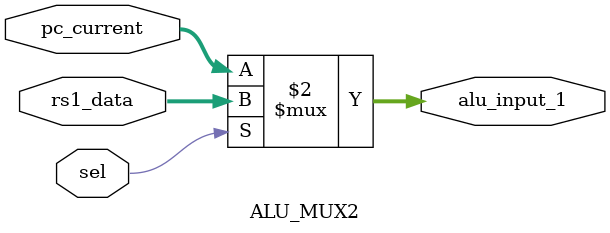
<source format=sv>
module ALU_MUX2 (
    input  logic [31:0] pc_current,    
    input  logic [31:0] rs1_data,      
    input  logic        sel,           
    output logic [31:0] alu_input_1    
);

    assign alu_input_1 = (sel == 1'b0) ? pc_current : rs1_data;

endmodule

</source>
